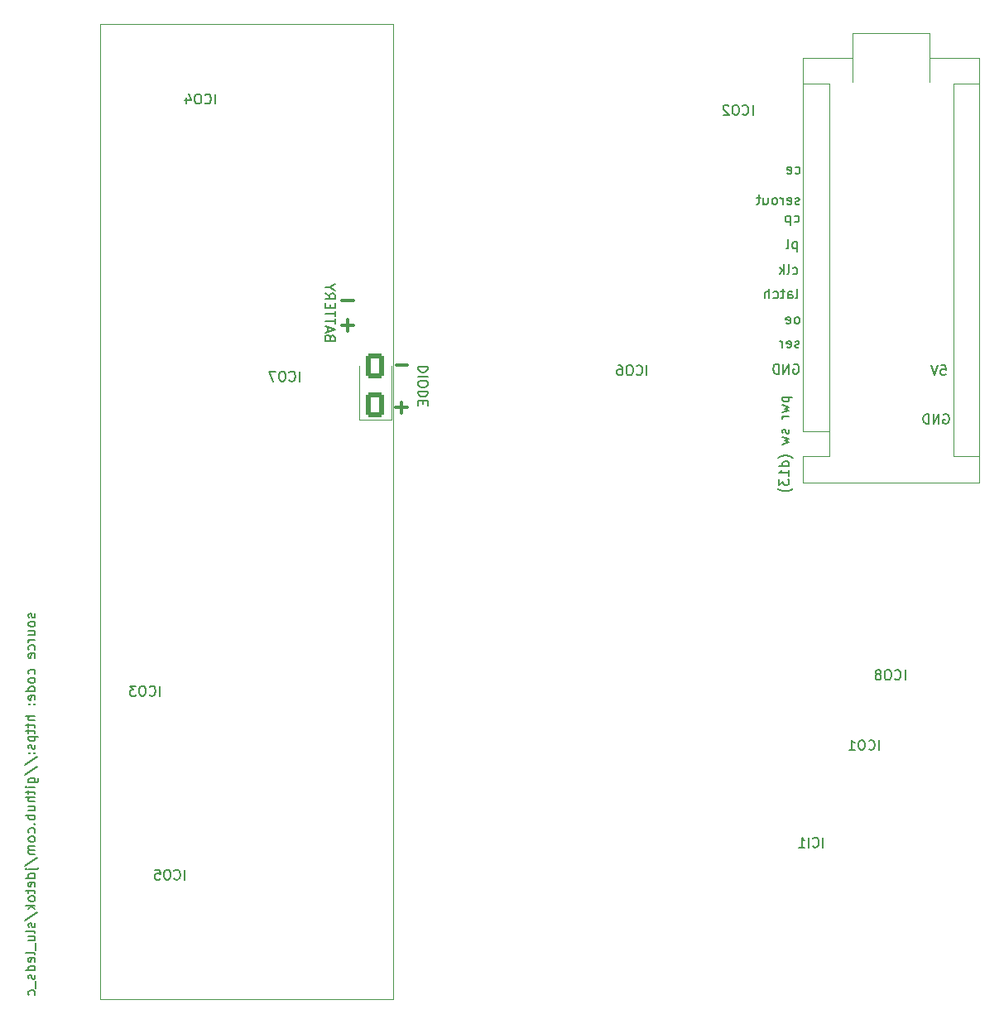
<source format=gbo>
G04 #@! TF.GenerationSoftware,KiCad,Pcbnew,9.0.6*
G04 #@! TF.CreationDate,2025-11-26T10:40:33-06:00*
G04 #@! TF.ProjectId,slu,736c752e-6b69-4636-9164-5f7063625858,rev?*
G04 #@! TF.SameCoordinates,Original*
G04 #@! TF.FileFunction,Legend,Bot*
G04 #@! TF.FilePolarity,Positive*
%FSLAX46Y46*%
G04 Gerber Fmt 4.6, Leading zero omitted, Abs format (unit mm)*
G04 Created by KiCad (PCBNEW 9.0.6) date 2025-11-26 10:40:33*
%MOMM*%
%LPD*%
G01*
G04 APERTURE LIST*
G04 Aperture macros list*
%AMRoundRect*
0 Rectangle with rounded corners*
0 $1 Rounding radius*
0 $2 $3 $4 $5 $6 $7 $8 $9 X,Y pos of 4 corners*
0 Add a 4 corners polygon primitive as box body*
4,1,4,$2,$3,$4,$5,$6,$7,$8,$9,$2,$3,0*
0 Add four circle primitives for the rounded corners*
1,1,$1+$1,$2,$3*
1,1,$1+$1,$4,$5*
1,1,$1+$1,$6,$7*
1,1,$1+$1,$8,$9*
0 Add four rect primitives between the rounded corners*
20,1,$1+$1,$2,$3,$4,$5,0*
20,1,$1+$1,$4,$5,$6,$7,0*
20,1,$1+$1,$6,$7,$8,$9,0*
20,1,$1+$1,$8,$9,$2,$3,0*%
G04 Aperture macros list end*
%ADD10C,0.187500*%
%ADD11C,0.150000*%
%ADD12C,0.300000*%
%ADD13C,0.200000*%
%ADD14C,0.100000*%
%ADD15C,0.120000*%
%ADD16C,3.000000*%
%ADD17O,1.400000X1.400000*%
%ADD18R,1.400000X1.400000*%
%ADD19C,1.600000*%
%ADD20O,1.500000X1.500000*%
%ADD21R,1.600000X1.600000*%
%ADD22O,1.600000X1.600000*%
%ADD23RoundRect,0.250000X0.650000X-1.000000X0.650000X1.000000X-0.650000X1.000000X-0.650000X-1.000000X0*%
G04 APERTURE END LIST*
D10*
X58630250Y-109133831D02*
X58677869Y-109229069D01*
X58677869Y-109229069D02*
X58677869Y-109419545D01*
X58677869Y-109419545D02*
X58630250Y-109514783D01*
X58630250Y-109514783D02*
X58535011Y-109562402D01*
X58535011Y-109562402D02*
X58487392Y-109562402D01*
X58487392Y-109562402D02*
X58392154Y-109514783D01*
X58392154Y-109514783D02*
X58344535Y-109419545D01*
X58344535Y-109419545D02*
X58344535Y-109276688D01*
X58344535Y-109276688D02*
X58296916Y-109181450D01*
X58296916Y-109181450D02*
X58201678Y-109133831D01*
X58201678Y-109133831D02*
X58154059Y-109133831D01*
X58154059Y-109133831D02*
X58058821Y-109181450D01*
X58058821Y-109181450D02*
X58011202Y-109276688D01*
X58011202Y-109276688D02*
X58011202Y-109419545D01*
X58011202Y-109419545D02*
X58058821Y-109514783D01*
X58677869Y-110133831D02*
X58630250Y-110038593D01*
X58630250Y-110038593D02*
X58582630Y-109990974D01*
X58582630Y-109990974D02*
X58487392Y-109943355D01*
X58487392Y-109943355D02*
X58201678Y-109943355D01*
X58201678Y-109943355D02*
X58106440Y-109990974D01*
X58106440Y-109990974D02*
X58058821Y-110038593D01*
X58058821Y-110038593D02*
X58011202Y-110133831D01*
X58011202Y-110133831D02*
X58011202Y-110276688D01*
X58011202Y-110276688D02*
X58058821Y-110371926D01*
X58058821Y-110371926D02*
X58106440Y-110419545D01*
X58106440Y-110419545D02*
X58201678Y-110467164D01*
X58201678Y-110467164D02*
X58487392Y-110467164D01*
X58487392Y-110467164D02*
X58582630Y-110419545D01*
X58582630Y-110419545D02*
X58630250Y-110371926D01*
X58630250Y-110371926D02*
X58677869Y-110276688D01*
X58677869Y-110276688D02*
X58677869Y-110133831D01*
X58011202Y-111324307D02*
X58677869Y-111324307D01*
X58011202Y-110895736D02*
X58535011Y-110895736D01*
X58535011Y-110895736D02*
X58630250Y-110943355D01*
X58630250Y-110943355D02*
X58677869Y-111038593D01*
X58677869Y-111038593D02*
X58677869Y-111181450D01*
X58677869Y-111181450D02*
X58630250Y-111276688D01*
X58630250Y-111276688D02*
X58582630Y-111324307D01*
X58677869Y-111800498D02*
X58011202Y-111800498D01*
X58201678Y-111800498D02*
X58106440Y-111848117D01*
X58106440Y-111848117D02*
X58058821Y-111895736D01*
X58058821Y-111895736D02*
X58011202Y-111990974D01*
X58011202Y-111990974D02*
X58011202Y-112086212D01*
X58630250Y-112848117D02*
X58677869Y-112752879D01*
X58677869Y-112752879D02*
X58677869Y-112562403D01*
X58677869Y-112562403D02*
X58630250Y-112467165D01*
X58630250Y-112467165D02*
X58582630Y-112419546D01*
X58582630Y-112419546D02*
X58487392Y-112371927D01*
X58487392Y-112371927D02*
X58201678Y-112371927D01*
X58201678Y-112371927D02*
X58106440Y-112419546D01*
X58106440Y-112419546D02*
X58058821Y-112467165D01*
X58058821Y-112467165D02*
X58011202Y-112562403D01*
X58011202Y-112562403D02*
X58011202Y-112752879D01*
X58011202Y-112752879D02*
X58058821Y-112848117D01*
X58630250Y-113657641D02*
X58677869Y-113562403D01*
X58677869Y-113562403D02*
X58677869Y-113371927D01*
X58677869Y-113371927D02*
X58630250Y-113276689D01*
X58630250Y-113276689D02*
X58535011Y-113229070D01*
X58535011Y-113229070D02*
X58154059Y-113229070D01*
X58154059Y-113229070D02*
X58058821Y-113276689D01*
X58058821Y-113276689D02*
X58011202Y-113371927D01*
X58011202Y-113371927D02*
X58011202Y-113562403D01*
X58011202Y-113562403D02*
X58058821Y-113657641D01*
X58058821Y-113657641D02*
X58154059Y-113705260D01*
X58154059Y-113705260D02*
X58249297Y-113705260D01*
X58249297Y-113705260D02*
X58344535Y-113229070D01*
X58630250Y-115324308D02*
X58677869Y-115229070D01*
X58677869Y-115229070D02*
X58677869Y-115038594D01*
X58677869Y-115038594D02*
X58630250Y-114943356D01*
X58630250Y-114943356D02*
X58582630Y-114895737D01*
X58582630Y-114895737D02*
X58487392Y-114848118D01*
X58487392Y-114848118D02*
X58201678Y-114848118D01*
X58201678Y-114848118D02*
X58106440Y-114895737D01*
X58106440Y-114895737D02*
X58058821Y-114943356D01*
X58058821Y-114943356D02*
X58011202Y-115038594D01*
X58011202Y-115038594D02*
X58011202Y-115229070D01*
X58011202Y-115229070D02*
X58058821Y-115324308D01*
X58677869Y-115895737D02*
X58630250Y-115800499D01*
X58630250Y-115800499D02*
X58582630Y-115752880D01*
X58582630Y-115752880D02*
X58487392Y-115705261D01*
X58487392Y-115705261D02*
X58201678Y-115705261D01*
X58201678Y-115705261D02*
X58106440Y-115752880D01*
X58106440Y-115752880D02*
X58058821Y-115800499D01*
X58058821Y-115800499D02*
X58011202Y-115895737D01*
X58011202Y-115895737D02*
X58011202Y-116038594D01*
X58011202Y-116038594D02*
X58058821Y-116133832D01*
X58058821Y-116133832D02*
X58106440Y-116181451D01*
X58106440Y-116181451D02*
X58201678Y-116229070D01*
X58201678Y-116229070D02*
X58487392Y-116229070D01*
X58487392Y-116229070D02*
X58582630Y-116181451D01*
X58582630Y-116181451D02*
X58630250Y-116133832D01*
X58630250Y-116133832D02*
X58677869Y-116038594D01*
X58677869Y-116038594D02*
X58677869Y-115895737D01*
X58677869Y-117086213D02*
X57677869Y-117086213D01*
X58630250Y-117086213D02*
X58677869Y-116990975D01*
X58677869Y-116990975D02*
X58677869Y-116800499D01*
X58677869Y-116800499D02*
X58630250Y-116705261D01*
X58630250Y-116705261D02*
X58582630Y-116657642D01*
X58582630Y-116657642D02*
X58487392Y-116610023D01*
X58487392Y-116610023D02*
X58201678Y-116610023D01*
X58201678Y-116610023D02*
X58106440Y-116657642D01*
X58106440Y-116657642D02*
X58058821Y-116705261D01*
X58058821Y-116705261D02*
X58011202Y-116800499D01*
X58011202Y-116800499D02*
X58011202Y-116990975D01*
X58011202Y-116990975D02*
X58058821Y-117086213D01*
X58630250Y-117943356D02*
X58677869Y-117848118D01*
X58677869Y-117848118D02*
X58677869Y-117657642D01*
X58677869Y-117657642D02*
X58630250Y-117562404D01*
X58630250Y-117562404D02*
X58535011Y-117514785D01*
X58535011Y-117514785D02*
X58154059Y-117514785D01*
X58154059Y-117514785D02*
X58058821Y-117562404D01*
X58058821Y-117562404D02*
X58011202Y-117657642D01*
X58011202Y-117657642D02*
X58011202Y-117848118D01*
X58011202Y-117848118D02*
X58058821Y-117943356D01*
X58058821Y-117943356D02*
X58154059Y-117990975D01*
X58154059Y-117990975D02*
X58249297Y-117990975D01*
X58249297Y-117990975D02*
X58344535Y-117514785D01*
X58582630Y-118419547D02*
X58630250Y-118467166D01*
X58630250Y-118467166D02*
X58677869Y-118419547D01*
X58677869Y-118419547D02*
X58630250Y-118371928D01*
X58630250Y-118371928D02*
X58582630Y-118419547D01*
X58582630Y-118419547D02*
X58677869Y-118419547D01*
X58058821Y-118419547D02*
X58106440Y-118467166D01*
X58106440Y-118467166D02*
X58154059Y-118419547D01*
X58154059Y-118419547D02*
X58106440Y-118371928D01*
X58106440Y-118371928D02*
X58058821Y-118419547D01*
X58058821Y-118419547D02*
X58154059Y-118419547D01*
X58677869Y-119657642D02*
X57677869Y-119657642D01*
X58677869Y-120086213D02*
X58154059Y-120086213D01*
X58154059Y-120086213D02*
X58058821Y-120038594D01*
X58058821Y-120038594D02*
X58011202Y-119943356D01*
X58011202Y-119943356D02*
X58011202Y-119800499D01*
X58011202Y-119800499D02*
X58058821Y-119705261D01*
X58058821Y-119705261D02*
X58106440Y-119657642D01*
X58011202Y-120419547D02*
X58011202Y-120800499D01*
X57677869Y-120562404D02*
X58535011Y-120562404D01*
X58535011Y-120562404D02*
X58630250Y-120610023D01*
X58630250Y-120610023D02*
X58677869Y-120705261D01*
X58677869Y-120705261D02*
X58677869Y-120800499D01*
X58011202Y-120990976D02*
X58011202Y-121371928D01*
X57677869Y-121133833D02*
X58535011Y-121133833D01*
X58535011Y-121133833D02*
X58630250Y-121181452D01*
X58630250Y-121181452D02*
X58677869Y-121276690D01*
X58677869Y-121276690D02*
X58677869Y-121371928D01*
X58011202Y-121705262D02*
X59011202Y-121705262D01*
X58058821Y-121705262D02*
X58011202Y-121800500D01*
X58011202Y-121800500D02*
X58011202Y-121990976D01*
X58011202Y-121990976D02*
X58058821Y-122086214D01*
X58058821Y-122086214D02*
X58106440Y-122133833D01*
X58106440Y-122133833D02*
X58201678Y-122181452D01*
X58201678Y-122181452D02*
X58487392Y-122181452D01*
X58487392Y-122181452D02*
X58582630Y-122133833D01*
X58582630Y-122133833D02*
X58630250Y-122086214D01*
X58630250Y-122086214D02*
X58677869Y-121990976D01*
X58677869Y-121990976D02*
X58677869Y-121800500D01*
X58677869Y-121800500D02*
X58630250Y-121705262D01*
X58630250Y-122562405D02*
X58677869Y-122657643D01*
X58677869Y-122657643D02*
X58677869Y-122848119D01*
X58677869Y-122848119D02*
X58630250Y-122943357D01*
X58630250Y-122943357D02*
X58535011Y-122990976D01*
X58535011Y-122990976D02*
X58487392Y-122990976D01*
X58487392Y-122990976D02*
X58392154Y-122943357D01*
X58392154Y-122943357D02*
X58344535Y-122848119D01*
X58344535Y-122848119D02*
X58344535Y-122705262D01*
X58344535Y-122705262D02*
X58296916Y-122610024D01*
X58296916Y-122610024D02*
X58201678Y-122562405D01*
X58201678Y-122562405D02*
X58154059Y-122562405D01*
X58154059Y-122562405D02*
X58058821Y-122610024D01*
X58058821Y-122610024D02*
X58011202Y-122705262D01*
X58011202Y-122705262D02*
X58011202Y-122848119D01*
X58011202Y-122848119D02*
X58058821Y-122943357D01*
X58582630Y-123419548D02*
X58630250Y-123467167D01*
X58630250Y-123467167D02*
X58677869Y-123419548D01*
X58677869Y-123419548D02*
X58630250Y-123371929D01*
X58630250Y-123371929D02*
X58582630Y-123419548D01*
X58582630Y-123419548D02*
X58677869Y-123419548D01*
X58058821Y-123419548D02*
X58106440Y-123467167D01*
X58106440Y-123467167D02*
X58154059Y-123419548D01*
X58154059Y-123419548D02*
X58106440Y-123371929D01*
X58106440Y-123371929D02*
X58058821Y-123419548D01*
X58058821Y-123419548D02*
X58154059Y-123419548D01*
X57630250Y-124610023D02*
X58915964Y-123752881D01*
X57630250Y-125657642D02*
X58915964Y-124800500D01*
X58011202Y-126419547D02*
X58820726Y-126419547D01*
X58820726Y-126419547D02*
X58915964Y-126371928D01*
X58915964Y-126371928D02*
X58963583Y-126324309D01*
X58963583Y-126324309D02*
X59011202Y-126229071D01*
X59011202Y-126229071D02*
X59011202Y-126086214D01*
X59011202Y-126086214D02*
X58963583Y-125990976D01*
X58630250Y-126419547D02*
X58677869Y-126324309D01*
X58677869Y-126324309D02*
X58677869Y-126133833D01*
X58677869Y-126133833D02*
X58630250Y-126038595D01*
X58630250Y-126038595D02*
X58582630Y-125990976D01*
X58582630Y-125990976D02*
X58487392Y-125943357D01*
X58487392Y-125943357D02*
X58201678Y-125943357D01*
X58201678Y-125943357D02*
X58106440Y-125990976D01*
X58106440Y-125990976D02*
X58058821Y-126038595D01*
X58058821Y-126038595D02*
X58011202Y-126133833D01*
X58011202Y-126133833D02*
X58011202Y-126324309D01*
X58011202Y-126324309D02*
X58058821Y-126419547D01*
X58677869Y-126895738D02*
X58011202Y-126895738D01*
X57677869Y-126895738D02*
X57725488Y-126848119D01*
X57725488Y-126848119D02*
X57773107Y-126895738D01*
X57773107Y-126895738D02*
X57725488Y-126943357D01*
X57725488Y-126943357D02*
X57677869Y-126895738D01*
X57677869Y-126895738D02*
X57773107Y-126895738D01*
X58011202Y-127229071D02*
X58011202Y-127610023D01*
X57677869Y-127371928D02*
X58535011Y-127371928D01*
X58535011Y-127371928D02*
X58630250Y-127419547D01*
X58630250Y-127419547D02*
X58677869Y-127514785D01*
X58677869Y-127514785D02*
X58677869Y-127610023D01*
X58677869Y-127943357D02*
X57677869Y-127943357D01*
X58677869Y-128371928D02*
X58154059Y-128371928D01*
X58154059Y-128371928D02*
X58058821Y-128324309D01*
X58058821Y-128324309D02*
X58011202Y-128229071D01*
X58011202Y-128229071D02*
X58011202Y-128086214D01*
X58011202Y-128086214D02*
X58058821Y-127990976D01*
X58058821Y-127990976D02*
X58106440Y-127943357D01*
X58011202Y-129276690D02*
X58677869Y-129276690D01*
X58011202Y-128848119D02*
X58535011Y-128848119D01*
X58535011Y-128848119D02*
X58630250Y-128895738D01*
X58630250Y-128895738D02*
X58677869Y-128990976D01*
X58677869Y-128990976D02*
X58677869Y-129133833D01*
X58677869Y-129133833D02*
X58630250Y-129229071D01*
X58630250Y-129229071D02*
X58582630Y-129276690D01*
X58677869Y-129752881D02*
X57677869Y-129752881D01*
X58058821Y-129752881D02*
X58011202Y-129848119D01*
X58011202Y-129848119D02*
X58011202Y-130038595D01*
X58011202Y-130038595D02*
X58058821Y-130133833D01*
X58058821Y-130133833D02*
X58106440Y-130181452D01*
X58106440Y-130181452D02*
X58201678Y-130229071D01*
X58201678Y-130229071D02*
X58487392Y-130229071D01*
X58487392Y-130229071D02*
X58582630Y-130181452D01*
X58582630Y-130181452D02*
X58630250Y-130133833D01*
X58630250Y-130133833D02*
X58677869Y-130038595D01*
X58677869Y-130038595D02*
X58677869Y-129848119D01*
X58677869Y-129848119D02*
X58630250Y-129752881D01*
X58582630Y-130657643D02*
X58630250Y-130705262D01*
X58630250Y-130705262D02*
X58677869Y-130657643D01*
X58677869Y-130657643D02*
X58630250Y-130610024D01*
X58630250Y-130610024D02*
X58582630Y-130657643D01*
X58582630Y-130657643D02*
X58677869Y-130657643D01*
X58630250Y-131562404D02*
X58677869Y-131467166D01*
X58677869Y-131467166D02*
X58677869Y-131276690D01*
X58677869Y-131276690D02*
X58630250Y-131181452D01*
X58630250Y-131181452D02*
X58582630Y-131133833D01*
X58582630Y-131133833D02*
X58487392Y-131086214D01*
X58487392Y-131086214D02*
X58201678Y-131086214D01*
X58201678Y-131086214D02*
X58106440Y-131133833D01*
X58106440Y-131133833D02*
X58058821Y-131181452D01*
X58058821Y-131181452D02*
X58011202Y-131276690D01*
X58011202Y-131276690D02*
X58011202Y-131467166D01*
X58011202Y-131467166D02*
X58058821Y-131562404D01*
X58677869Y-132133833D02*
X58630250Y-132038595D01*
X58630250Y-132038595D02*
X58582630Y-131990976D01*
X58582630Y-131990976D02*
X58487392Y-131943357D01*
X58487392Y-131943357D02*
X58201678Y-131943357D01*
X58201678Y-131943357D02*
X58106440Y-131990976D01*
X58106440Y-131990976D02*
X58058821Y-132038595D01*
X58058821Y-132038595D02*
X58011202Y-132133833D01*
X58011202Y-132133833D02*
X58011202Y-132276690D01*
X58011202Y-132276690D02*
X58058821Y-132371928D01*
X58058821Y-132371928D02*
X58106440Y-132419547D01*
X58106440Y-132419547D02*
X58201678Y-132467166D01*
X58201678Y-132467166D02*
X58487392Y-132467166D01*
X58487392Y-132467166D02*
X58582630Y-132419547D01*
X58582630Y-132419547D02*
X58630250Y-132371928D01*
X58630250Y-132371928D02*
X58677869Y-132276690D01*
X58677869Y-132276690D02*
X58677869Y-132133833D01*
X58677869Y-132895738D02*
X58011202Y-132895738D01*
X58106440Y-132895738D02*
X58058821Y-132943357D01*
X58058821Y-132943357D02*
X58011202Y-133038595D01*
X58011202Y-133038595D02*
X58011202Y-133181452D01*
X58011202Y-133181452D02*
X58058821Y-133276690D01*
X58058821Y-133276690D02*
X58154059Y-133324309D01*
X58154059Y-133324309D02*
X58677869Y-133324309D01*
X58154059Y-133324309D02*
X58058821Y-133371928D01*
X58058821Y-133371928D02*
X58011202Y-133467166D01*
X58011202Y-133467166D02*
X58011202Y-133610023D01*
X58011202Y-133610023D02*
X58058821Y-133705262D01*
X58058821Y-133705262D02*
X58154059Y-133752881D01*
X58154059Y-133752881D02*
X58677869Y-133752881D01*
X57630250Y-134943356D02*
X58915964Y-134086214D01*
X58011202Y-135276690D02*
X58868345Y-135276690D01*
X58868345Y-135276690D02*
X58963583Y-135229071D01*
X58963583Y-135229071D02*
X59011202Y-135133833D01*
X59011202Y-135133833D02*
X59011202Y-135086214D01*
X57677869Y-135276690D02*
X57725488Y-135229071D01*
X57725488Y-135229071D02*
X57773107Y-135276690D01*
X57773107Y-135276690D02*
X57725488Y-135324309D01*
X57725488Y-135324309D02*
X57677869Y-135276690D01*
X57677869Y-135276690D02*
X57773107Y-135276690D01*
X58677869Y-136181451D02*
X57677869Y-136181451D01*
X58630250Y-136181451D02*
X58677869Y-136086213D01*
X58677869Y-136086213D02*
X58677869Y-135895737D01*
X58677869Y-135895737D02*
X58630250Y-135800499D01*
X58630250Y-135800499D02*
X58582630Y-135752880D01*
X58582630Y-135752880D02*
X58487392Y-135705261D01*
X58487392Y-135705261D02*
X58201678Y-135705261D01*
X58201678Y-135705261D02*
X58106440Y-135752880D01*
X58106440Y-135752880D02*
X58058821Y-135800499D01*
X58058821Y-135800499D02*
X58011202Y-135895737D01*
X58011202Y-135895737D02*
X58011202Y-136086213D01*
X58011202Y-136086213D02*
X58058821Y-136181451D01*
X58630250Y-137038594D02*
X58677869Y-136943356D01*
X58677869Y-136943356D02*
X58677869Y-136752880D01*
X58677869Y-136752880D02*
X58630250Y-136657642D01*
X58630250Y-136657642D02*
X58535011Y-136610023D01*
X58535011Y-136610023D02*
X58154059Y-136610023D01*
X58154059Y-136610023D02*
X58058821Y-136657642D01*
X58058821Y-136657642D02*
X58011202Y-136752880D01*
X58011202Y-136752880D02*
X58011202Y-136943356D01*
X58011202Y-136943356D02*
X58058821Y-137038594D01*
X58058821Y-137038594D02*
X58154059Y-137086213D01*
X58154059Y-137086213D02*
X58249297Y-137086213D01*
X58249297Y-137086213D02*
X58344535Y-136610023D01*
X58011202Y-137371928D02*
X58011202Y-137752880D01*
X57677869Y-137514785D02*
X58535011Y-137514785D01*
X58535011Y-137514785D02*
X58630250Y-137562404D01*
X58630250Y-137562404D02*
X58677869Y-137657642D01*
X58677869Y-137657642D02*
X58677869Y-137752880D01*
X58677869Y-138229071D02*
X58630250Y-138133833D01*
X58630250Y-138133833D02*
X58582630Y-138086214D01*
X58582630Y-138086214D02*
X58487392Y-138038595D01*
X58487392Y-138038595D02*
X58201678Y-138038595D01*
X58201678Y-138038595D02*
X58106440Y-138086214D01*
X58106440Y-138086214D02*
X58058821Y-138133833D01*
X58058821Y-138133833D02*
X58011202Y-138229071D01*
X58011202Y-138229071D02*
X58011202Y-138371928D01*
X58011202Y-138371928D02*
X58058821Y-138467166D01*
X58058821Y-138467166D02*
X58106440Y-138514785D01*
X58106440Y-138514785D02*
X58201678Y-138562404D01*
X58201678Y-138562404D02*
X58487392Y-138562404D01*
X58487392Y-138562404D02*
X58582630Y-138514785D01*
X58582630Y-138514785D02*
X58630250Y-138467166D01*
X58630250Y-138467166D02*
X58677869Y-138371928D01*
X58677869Y-138371928D02*
X58677869Y-138229071D01*
X58677869Y-138990976D02*
X57677869Y-138990976D01*
X58296916Y-139086214D02*
X58677869Y-139371928D01*
X58011202Y-139371928D02*
X58392154Y-138990976D01*
X57630250Y-140514785D02*
X58915964Y-139657643D01*
X58630250Y-140800500D02*
X58677869Y-140895738D01*
X58677869Y-140895738D02*
X58677869Y-141086214D01*
X58677869Y-141086214D02*
X58630250Y-141181452D01*
X58630250Y-141181452D02*
X58535011Y-141229071D01*
X58535011Y-141229071D02*
X58487392Y-141229071D01*
X58487392Y-141229071D02*
X58392154Y-141181452D01*
X58392154Y-141181452D02*
X58344535Y-141086214D01*
X58344535Y-141086214D02*
X58344535Y-140943357D01*
X58344535Y-140943357D02*
X58296916Y-140848119D01*
X58296916Y-140848119D02*
X58201678Y-140800500D01*
X58201678Y-140800500D02*
X58154059Y-140800500D01*
X58154059Y-140800500D02*
X58058821Y-140848119D01*
X58058821Y-140848119D02*
X58011202Y-140943357D01*
X58011202Y-140943357D02*
X58011202Y-141086214D01*
X58011202Y-141086214D02*
X58058821Y-141181452D01*
X58677869Y-141800500D02*
X58630250Y-141705262D01*
X58630250Y-141705262D02*
X58535011Y-141657643D01*
X58535011Y-141657643D02*
X57677869Y-141657643D01*
X58011202Y-142610024D02*
X58677869Y-142610024D01*
X58011202Y-142181453D02*
X58535011Y-142181453D01*
X58535011Y-142181453D02*
X58630250Y-142229072D01*
X58630250Y-142229072D02*
X58677869Y-142324310D01*
X58677869Y-142324310D02*
X58677869Y-142467167D01*
X58677869Y-142467167D02*
X58630250Y-142562405D01*
X58630250Y-142562405D02*
X58582630Y-142610024D01*
X58773107Y-142848120D02*
X58773107Y-143610024D01*
X58677869Y-143990977D02*
X58630250Y-143895739D01*
X58630250Y-143895739D02*
X58535011Y-143848120D01*
X58535011Y-143848120D02*
X57677869Y-143848120D01*
X58630250Y-144752882D02*
X58677869Y-144657644D01*
X58677869Y-144657644D02*
X58677869Y-144467168D01*
X58677869Y-144467168D02*
X58630250Y-144371930D01*
X58630250Y-144371930D02*
X58535011Y-144324311D01*
X58535011Y-144324311D02*
X58154059Y-144324311D01*
X58154059Y-144324311D02*
X58058821Y-144371930D01*
X58058821Y-144371930D02*
X58011202Y-144467168D01*
X58011202Y-144467168D02*
X58011202Y-144657644D01*
X58011202Y-144657644D02*
X58058821Y-144752882D01*
X58058821Y-144752882D02*
X58154059Y-144800501D01*
X58154059Y-144800501D02*
X58249297Y-144800501D01*
X58249297Y-144800501D02*
X58344535Y-144324311D01*
X58677869Y-145657644D02*
X57677869Y-145657644D01*
X58630250Y-145657644D02*
X58677869Y-145562406D01*
X58677869Y-145562406D02*
X58677869Y-145371930D01*
X58677869Y-145371930D02*
X58630250Y-145276692D01*
X58630250Y-145276692D02*
X58582630Y-145229073D01*
X58582630Y-145229073D02*
X58487392Y-145181454D01*
X58487392Y-145181454D02*
X58201678Y-145181454D01*
X58201678Y-145181454D02*
X58106440Y-145229073D01*
X58106440Y-145229073D02*
X58058821Y-145276692D01*
X58058821Y-145276692D02*
X58011202Y-145371930D01*
X58011202Y-145371930D02*
X58011202Y-145562406D01*
X58011202Y-145562406D02*
X58058821Y-145657644D01*
X58630250Y-146086216D02*
X58677869Y-146181454D01*
X58677869Y-146181454D02*
X58677869Y-146371930D01*
X58677869Y-146371930D02*
X58630250Y-146467168D01*
X58630250Y-146467168D02*
X58535011Y-146514787D01*
X58535011Y-146514787D02*
X58487392Y-146514787D01*
X58487392Y-146514787D02*
X58392154Y-146467168D01*
X58392154Y-146467168D02*
X58344535Y-146371930D01*
X58344535Y-146371930D02*
X58344535Y-146229073D01*
X58344535Y-146229073D02*
X58296916Y-146133835D01*
X58296916Y-146133835D02*
X58201678Y-146086216D01*
X58201678Y-146086216D02*
X58154059Y-146086216D01*
X58154059Y-146086216D02*
X58058821Y-146133835D01*
X58058821Y-146133835D02*
X58011202Y-146229073D01*
X58011202Y-146229073D02*
X58011202Y-146371930D01*
X58011202Y-146371930D02*
X58058821Y-146467168D01*
X58773107Y-146705264D02*
X58773107Y-147467168D01*
X58630250Y-148133835D02*
X58677869Y-148038597D01*
X58677869Y-148038597D02*
X58677869Y-147848121D01*
X58677869Y-147848121D02*
X58630250Y-147752883D01*
X58630250Y-147752883D02*
X58582630Y-147705264D01*
X58582630Y-147705264D02*
X58487392Y-147657645D01*
X58487392Y-147657645D02*
X58201678Y-147657645D01*
X58201678Y-147657645D02*
X58106440Y-147705264D01*
X58106440Y-147705264D02*
X58058821Y-147752883D01*
X58058821Y-147752883D02*
X58011202Y-147848121D01*
X58011202Y-147848121D02*
X58011202Y-148038597D01*
X58011202Y-148038597D02*
X58058821Y-148133835D01*
D11*
X135133152Y-87006779D02*
X136133152Y-87006779D01*
X135180771Y-87006779D02*
X135133152Y-87102017D01*
X135133152Y-87102017D02*
X135133152Y-87292493D01*
X135133152Y-87292493D02*
X135180771Y-87387731D01*
X135180771Y-87387731D02*
X135228390Y-87435350D01*
X135228390Y-87435350D02*
X135323628Y-87482969D01*
X135323628Y-87482969D02*
X135609342Y-87482969D01*
X135609342Y-87482969D02*
X135704580Y-87435350D01*
X135704580Y-87435350D02*
X135752200Y-87387731D01*
X135752200Y-87387731D02*
X135799819Y-87292493D01*
X135799819Y-87292493D02*
X135799819Y-87102017D01*
X135799819Y-87102017D02*
X135752200Y-87006779D01*
X135133152Y-87816303D02*
X135799819Y-88006779D01*
X135799819Y-88006779D02*
X135323628Y-88197255D01*
X135323628Y-88197255D02*
X135799819Y-88387731D01*
X135799819Y-88387731D02*
X135133152Y-88578207D01*
X135799819Y-88959160D02*
X135133152Y-88959160D01*
X135323628Y-88959160D02*
X135228390Y-89006779D01*
X135228390Y-89006779D02*
X135180771Y-89054398D01*
X135180771Y-89054398D02*
X135133152Y-89149636D01*
X135133152Y-89149636D02*
X135133152Y-89244874D01*
X135752200Y-90292494D02*
X135799819Y-90387732D01*
X135799819Y-90387732D02*
X135799819Y-90578208D01*
X135799819Y-90578208D02*
X135752200Y-90673446D01*
X135752200Y-90673446D02*
X135656961Y-90721065D01*
X135656961Y-90721065D02*
X135609342Y-90721065D01*
X135609342Y-90721065D02*
X135514104Y-90673446D01*
X135514104Y-90673446D02*
X135466485Y-90578208D01*
X135466485Y-90578208D02*
X135466485Y-90435351D01*
X135466485Y-90435351D02*
X135418866Y-90340113D01*
X135418866Y-90340113D02*
X135323628Y-90292494D01*
X135323628Y-90292494D02*
X135276009Y-90292494D01*
X135276009Y-90292494D02*
X135180771Y-90340113D01*
X135180771Y-90340113D02*
X135133152Y-90435351D01*
X135133152Y-90435351D02*
X135133152Y-90578208D01*
X135133152Y-90578208D02*
X135180771Y-90673446D01*
X135133152Y-91054399D02*
X135799819Y-91244875D01*
X135799819Y-91244875D02*
X135323628Y-91435351D01*
X135323628Y-91435351D02*
X135799819Y-91625827D01*
X135799819Y-91625827D02*
X135133152Y-91816303D01*
X136180771Y-93244875D02*
X136133152Y-93197256D01*
X136133152Y-93197256D02*
X135990295Y-93102018D01*
X135990295Y-93102018D02*
X135895057Y-93054399D01*
X135895057Y-93054399D02*
X135752200Y-93006780D01*
X135752200Y-93006780D02*
X135514104Y-92959161D01*
X135514104Y-92959161D02*
X135323628Y-92959161D01*
X135323628Y-92959161D02*
X135085533Y-93006780D01*
X135085533Y-93006780D02*
X134942676Y-93054399D01*
X134942676Y-93054399D02*
X134847438Y-93102018D01*
X134847438Y-93102018D02*
X134704580Y-93197256D01*
X134704580Y-93197256D02*
X134656961Y-93244875D01*
X135799819Y-94054399D02*
X134799819Y-94054399D01*
X135752200Y-94054399D02*
X135799819Y-93959161D01*
X135799819Y-93959161D02*
X135799819Y-93768685D01*
X135799819Y-93768685D02*
X135752200Y-93673447D01*
X135752200Y-93673447D02*
X135704580Y-93625828D01*
X135704580Y-93625828D02*
X135609342Y-93578209D01*
X135609342Y-93578209D02*
X135323628Y-93578209D01*
X135323628Y-93578209D02*
X135228390Y-93625828D01*
X135228390Y-93625828D02*
X135180771Y-93673447D01*
X135180771Y-93673447D02*
X135133152Y-93768685D01*
X135133152Y-93768685D02*
X135133152Y-93959161D01*
X135133152Y-93959161D02*
X135180771Y-94054399D01*
X135799819Y-95054399D02*
X135799819Y-94482971D01*
X135799819Y-94768685D02*
X134799819Y-94768685D01*
X134799819Y-94768685D02*
X134942676Y-94673447D01*
X134942676Y-94673447D02*
X135037914Y-94578209D01*
X135037914Y-94578209D02*
X135085533Y-94482971D01*
X134799819Y-95387733D02*
X134799819Y-96006780D01*
X134799819Y-96006780D02*
X135180771Y-95673447D01*
X135180771Y-95673447D02*
X135180771Y-95816304D01*
X135180771Y-95816304D02*
X135228390Y-95911542D01*
X135228390Y-95911542D02*
X135276009Y-95959161D01*
X135276009Y-95959161D02*
X135371247Y-96006780D01*
X135371247Y-96006780D02*
X135609342Y-96006780D01*
X135609342Y-96006780D02*
X135704580Y-95959161D01*
X135704580Y-95959161D02*
X135752200Y-95911542D01*
X135752200Y-95911542D02*
X135799819Y-95816304D01*
X135799819Y-95816304D02*
X135799819Y-95530590D01*
X135799819Y-95530590D02*
X135752200Y-95435352D01*
X135752200Y-95435352D02*
X135704580Y-95387733D01*
X136180771Y-96340114D02*
X136133152Y-96387733D01*
X136133152Y-96387733D02*
X135990295Y-96482971D01*
X135990295Y-96482971D02*
X135895057Y-96530590D01*
X135895057Y-96530590D02*
X135752200Y-96578209D01*
X135752200Y-96578209D02*
X135514104Y-96625828D01*
X135514104Y-96625828D02*
X135323628Y-96625828D01*
X135323628Y-96625828D02*
X135085533Y-96578209D01*
X135085533Y-96578209D02*
X134942676Y-96530590D01*
X134942676Y-96530590D02*
X134847438Y-96482971D01*
X134847438Y-96482971D02*
X134704580Y-96387733D01*
X134704580Y-96387733D02*
X134656961Y-96340114D01*
X136860839Y-67247200D02*
X136765601Y-67294819D01*
X136765601Y-67294819D02*
X136575125Y-67294819D01*
X136575125Y-67294819D02*
X136479887Y-67247200D01*
X136479887Y-67247200D02*
X136432268Y-67151961D01*
X136432268Y-67151961D02*
X136432268Y-67104342D01*
X136432268Y-67104342D02*
X136479887Y-67009104D01*
X136479887Y-67009104D02*
X136575125Y-66961485D01*
X136575125Y-66961485D02*
X136717982Y-66961485D01*
X136717982Y-66961485D02*
X136813220Y-66913866D01*
X136813220Y-66913866D02*
X136860839Y-66818628D01*
X136860839Y-66818628D02*
X136860839Y-66771009D01*
X136860839Y-66771009D02*
X136813220Y-66675771D01*
X136813220Y-66675771D02*
X136717982Y-66628152D01*
X136717982Y-66628152D02*
X136575125Y-66628152D01*
X136575125Y-66628152D02*
X136479887Y-66675771D01*
X135622744Y-67247200D02*
X135717982Y-67294819D01*
X135717982Y-67294819D02*
X135908458Y-67294819D01*
X135908458Y-67294819D02*
X136003696Y-67247200D01*
X136003696Y-67247200D02*
X136051315Y-67151961D01*
X136051315Y-67151961D02*
X136051315Y-66771009D01*
X136051315Y-66771009D02*
X136003696Y-66675771D01*
X136003696Y-66675771D02*
X135908458Y-66628152D01*
X135908458Y-66628152D02*
X135717982Y-66628152D01*
X135717982Y-66628152D02*
X135622744Y-66675771D01*
X135622744Y-66675771D02*
X135575125Y-66771009D01*
X135575125Y-66771009D02*
X135575125Y-66866247D01*
X135575125Y-66866247D02*
X136051315Y-66961485D01*
X135146553Y-67294819D02*
X135146553Y-66628152D01*
X135146553Y-66818628D02*
X135098934Y-66723390D01*
X135098934Y-66723390D02*
X135051315Y-66675771D01*
X135051315Y-66675771D02*
X134956077Y-66628152D01*
X134956077Y-66628152D02*
X134860839Y-66628152D01*
X134384648Y-67294819D02*
X134479886Y-67247200D01*
X134479886Y-67247200D02*
X134527505Y-67199580D01*
X134527505Y-67199580D02*
X134575124Y-67104342D01*
X134575124Y-67104342D02*
X134575124Y-66818628D01*
X134575124Y-66818628D02*
X134527505Y-66723390D01*
X134527505Y-66723390D02*
X134479886Y-66675771D01*
X134479886Y-66675771D02*
X134384648Y-66628152D01*
X134384648Y-66628152D02*
X134241791Y-66628152D01*
X134241791Y-66628152D02*
X134146553Y-66675771D01*
X134146553Y-66675771D02*
X134098934Y-66723390D01*
X134098934Y-66723390D02*
X134051315Y-66818628D01*
X134051315Y-66818628D02*
X134051315Y-67104342D01*
X134051315Y-67104342D02*
X134098934Y-67199580D01*
X134098934Y-67199580D02*
X134146553Y-67247200D01*
X134146553Y-67247200D02*
X134241791Y-67294819D01*
X134241791Y-67294819D02*
X134384648Y-67294819D01*
X133194172Y-66628152D02*
X133194172Y-67294819D01*
X133622743Y-66628152D02*
X133622743Y-67151961D01*
X133622743Y-67151961D02*
X133575124Y-67247200D01*
X133575124Y-67247200D02*
X133479886Y-67294819D01*
X133479886Y-67294819D02*
X133337029Y-67294819D01*
X133337029Y-67294819D02*
X133241791Y-67247200D01*
X133241791Y-67247200D02*
X133194172Y-67199580D01*
X132860838Y-66628152D02*
X132479886Y-66628152D01*
X132717981Y-66294819D02*
X132717981Y-67151961D01*
X132717981Y-67151961D02*
X132670362Y-67247200D01*
X132670362Y-67247200D02*
X132575124Y-67294819D01*
X132575124Y-67294819D02*
X132479886Y-67294819D01*
X136495363Y-76894819D02*
X136590601Y-76847200D01*
X136590601Y-76847200D02*
X136638220Y-76751961D01*
X136638220Y-76751961D02*
X136638220Y-75894819D01*
X135685839Y-76894819D02*
X135685839Y-76371009D01*
X135685839Y-76371009D02*
X135733458Y-76275771D01*
X135733458Y-76275771D02*
X135828696Y-76228152D01*
X135828696Y-76228152D02*
X136019172Y-76228152D01*
X136019172Y-76228152D02*
X136114410Y-76275771D01*
X135685839Y-76847200D02*
X135781077Y-76894819D01*
X135781077Y-76894819D02*
X136019172Y-76894819D01*
X136019172Y-76894819D02*
X136114410Y-76847200D01*
X136114410Y-76847200D02*
X136162029Y-76751961D01*
X136162029Y-76751961D02*
X136162029Y-76656723D01*
X136162029Y-76656723D02*
X136114410Y-76561485D01*
X136114410Y-76561485D02*
X136019172Y-76513866D01*
X136019172Y-76513866D02*
X135781077Y-76513866D01*
X135781077Y-76513866D02*
X135685839Y-76466247D01*
X135352505Y-76228152D02*
X134971553Y-76228152D01*
X135209648Y-75894819D02*
X135209648Y-76751961D01*
X135209648Y-76751961D02*
X135162029Y-76847200D01*
X135162029Y-76847200D02*
X135066791Y-76894819D01*
X135066791Y-76894819D02*
X134971553Y-76894819D01*
X134209648Y-76847200D02*
X134304886Y-76894819D01*
X134304886Y-76894819D02*
X134495362Y-76894819D01*
X134495362Y-76894819D02*
X134590600Y-76847200D01*
X134590600Y-76847200D02*
X134638219Y-76799580D01*
X134638219Y-76799580D02*
X134685838Y-76704342D01*
X134685838Y-76704342D02*
X134685838Y-76418628D01*
X134685838Y-76418628D02*
X134638219Y-76323390D01*
X134638219Y-76323390D02*
X134590600Y-76275771D01*
X134590600Y-76275771D02*
X134495362Y-76228152D01*
X134495362Y-76228152D02*
X134304886Y-76228152D01*
X134304886Y-76228152D02*
X134209648Y-76275771D01*
X133781076Y-76894819D02*
X133781076Y-75894819D01*
X133352505Y-76894819D02*
X133352505Y-76371009D01*
X133352505Y-76371009D02*
X133400124Y-76275771D01*
X133400124Y-76275771D02*
X133495362Y-76228152D01*
X133495362Y-76228152D02*
X133638219Y-76228152D01*
X133638219Y-76228152D02*
X133733457Y-76275771D01*
X133733457Y-76275771D02*
X133781076Y-76323390D01*
D12*
X96727489Y-88078600D02*
X95584632Y-88078600D01*
X96156060Y-88650028D02*
X96156060Y-87507171D01*
D11*
X136184649Y-74372200D02*
X136279887Y-74419819D01*
X136279887Y-74419819D02*
X136470363Y-74419819D01*
X136470363Y-74419819D02*
X136565601Y-74372200D01*
X136565601Y-74372200D02*
X136613220Y-74324580D01*
X136613220Y-74324580D02*
X136660839Y-74229342D01*
X136660839Y-74229342D02*
X136660839Y-73943628D01*
X136660839Y-73943628D02*
X136613220Y-73848390D01*
X136613220Y-73848390D02*
X136565601Y-73800771D01*
X136565601Y-73800771D02*
X136470363Y-73753152D01*
X136470363Y-73753152D02*
X136279887Y-73753152D01*
X136279887Y-73753152D02*
X136184649Y-73800771D01*
X135613220Y-74419819D02*
X135708458Y-74372200D01*
X135708458Y-74372200D02*
X135756077Y-74276961D01*
X135756077Y-74276961D02*
X135756077Y-73419819D01*
X135232267Y-74419819D02*
X135232267Y-73419819D01*
X135137029Y-74038866D02*
X134851315Y-74419819D01*
X134851315Y-73753152D02*
X135232267Y-74134104D01*
X151614411Y-88767438D02*
X151709649Y-88719819D01*
X151709649Y-88719819D02*
X151852506Y-88719819D01*
X151852506Y-88719819D02*
X151995363Y-88767438D01*
X151995363Y-88767438D02*
X152090601Y-88862676D01*
X152090601Y-88862676D02*
X152138220Y-88957914D01*
X152138220Y-88957914D02*
X152185839Y-89148390D01*
X152185839Y-89148390D02*
X152185839Y-89291247D01*
X152185839Y-89291247D02*
X152138220Y-89481723D01*
X152138220Y-89481723D02*
X152090601Y-89576961D01*
X152090601Y-89576961D02*
X151995363Y-89672200D01*
X151995363Y-89672200D02*
X151852506Y-89719819D01*
X151852506Y-89719819D02*
X151757268Y-89719819D01*
X151757268Y-89719819D02*
X151614411Y-89672200D01*
X151614411Y-89672200D02*
X151566792Y-89624580D01*
X151566792Y-89624580D02*
X151566792Y-89291247D01*
X151566792Y-89291247D02*
X151757268Y-89291247D01*
X151138220Y-89719819D02*
X151138220Y-88719819D01*
X151138220Y-88719819D02*
X150566792Y-89719819D01*
X150566792Y-89719819D02*
X150566792Y-88719819D01*
X150090601Y-89719819D02*
X150090601Y-88719819D01*
X150090601Y-88719819D02*
X149852506Y-88719819D01*
X149852506Y-88719819D02*
X149709649Y-88767438D01*
X149709649Y-88767438D02*
X149614411Y-88862676D01*
X149614411Y-88862676D02*
X149566792Y-88957914D01*
X149566792Y-88957914D02*
X149519173Y-89148390D01*
X149519173Y-89148390D02*
X149519173Y-89291247D01*
X149519173Y-89291247D02*
X149566792Y-89481723D01*
X149566792Y-89481723D02*
X149614411Y-89576961D01*
X149614411Y-89576961D02*
X149709649Y-89672200D01*
X149709649Y-89672200D02*
X149852506Y-89719819D01*
X149852506Y-89719819D02*
X150090601Y-89719819D01*
D12*
X91241089Y-77131200D02*
X90098232Y-77131200D01*
D11*
X73949999Y-136354819D02*
X73949999Y-135354819D01*
X72902381Y-136259580D02*
X72950000Y-136307200D01*
X72950000Y-136307200D02*
X73092857Y-136354819D01*
X73092857Y-136354819D02*
X73188095Y-136354819D01*
X73188095Y-136354819D02*
X73330952Y-136307200D01*
X73330952Y-136307200D02*
X73426190Y-136211961D01*
X73426190Y-136211961D02*
X73473809Y-136116723D01*
X73473809Y-136116723D02*
X73521428Y-135926247D01*
X73521428Y-135926247D02*
X73521428Y-135783390D01*
X73521428Y-135783390D02*
X73473809Y-135592914D01*
X73473809Y-135592914D02*
X73426190Y-135497676D01*
X73426190Y-135497676D02*
X73330952Y-135402438D01*
X73330952Y-135402438D02*
X73188095Y-135354819D01*
X73188095Y-135354819D02*
X73092857Y-135354819D01*
X73092857Y-135354819D02*
X72950000Y-135402438D01*
X72950000Y-135402438D02*
X72902381Y-135450057D01*
X72283333Y-135354819D02*
X72092857Y-135354819D01*
X72092857Y-135354819D02*
X71997619Y-135402438D01*
X71997619Y-135402438D02*
X71902381Y-135497676D01*
X71902381Y-135497676D02*
X71854762Y-135688152D01*
X71854762Y-135688152D02*
X71854762Y-136021485D01*
X71854762Y-136021485D02*
X71902381Y-136211961D01*
X71902381Y-136211961D02*
X71997619Y-136307200D01*
X71997619Y-136307200D02*
X72092857Y-136354819D01*
X72092857Y-136354819D02*
X72283333Y-136354819D01*
X72283333Y-136354819D02*
X72378571Y-136307200D01*
X72378571Y-136307200D02*
X72473809Y-136211961D01*
X72473809Y-136211961D02*
X72521428Y-136021485D01*
X72521428Y-136021485D02*
X72521428Y-135688152D01*
X72521428Y-135688152D02*
X72473809Y-135497676D01*
X72473809Y-135497676D02*
X72378571Y-135402438D01*
X72378571Y-135402438D02*
X72283333Y-135354819D01*
X70950000Y-135354819D02*
X71426190Y-135354819D01*
X71426190Y-135354819D02*
X71473809Y-135831009D01*
X71473809Y-135831009D02*
X71426190Y-135783390D01*
X71426190Y-135783390D02*
X71330952Y-135735771D01*
X71330952Y-135735771D02*
X71092857Y-135735771D01*
X71092857Y-135735771D02*
X70997619Y-135783390D01*
X70997619Y-135783390D02*
X70950000Y-135831009D01*
X70950000Y-135831009D02*
X70902381Y-135926247D01*
X70902381Y-135926247D02*
X70902381Y-136164342D01*
X70902381Y-136164342D02*
X70950000Y-136259580D01*
X70950000Y-136259580D02*
X70997619Y-136307200D01*
X70997619Y-136307200D02*
X71092857Y-136354819D01*
X71092857Y-136354819D02*
X71330952Y-136354819D01*
X71330952Y-136354819D02*
X71426190Y-136307200D01*
X71426190Y-136307200D02*
X71473809Y-136259580D01*
D12*
X96778289Y-83735200D02*
X95635432Y-83735200D01*
D11*
X144999999Y-123079819D02*
X144999999Y-122079819D01*
X143952381Y-122984580D02*
X144000000Y-123032200D01*
X144000000Y-123032200D02*
X144142857Y-123079819D01*
X144142857Y-123079819D02*
X144238095Y-123079819D01*
X144238095Y-123079819D02*
X144380952Y-123032200D01*
X144380952Y-123032200D02*
X144476190Y-122936961D01*
X144476190Y-122936961D02*
X144523809Y-122841723D01*
X144523809Y-122841723D02*
X144571428Y-122651247D01*
X144571428Y-122651247D02*
X144571428Y-122508390D01*
X144571428Y-122508390D02*
X144523809Y-122317914D01*
X144523809Y-122317914D02*
X144476190Y-122222676D01*
X144476190Y-122222676D02*
X144380952Y-122127438D01*
X144380952Y-122127438D02*
X144238095Y-122079819D01*
X144238095Y-122079819D02*
X144142857Y-122079819D01*
X144142857Y-122079819D02*
X144000000Y-122127438D01*
X144000000Y-122127438D02*
X143952381Y-122175057D01*
X143333333Y-122079819D02*
X143142857Y-122079819D01*
X143142857Y-122079819D02*
X143047619Y-122127438D01*
X143047619Y-122127438D02*
X142952381Y-122222676D01*
X142952381Y-122222676D02*
X142904762Y-122413152D01*
X142904762Y-122413152D02*
X142904762Y-122746485D01*
X142904762Y-122746485D02*
X142952381Y-122936961D01*
X142952381Y-122936961D02*
X143047619Y-123032200D01*
X143047619Y-123032200D02*
X143142857Y-123079819D01*
X143142857Y-123079819D02*
X143333333Y-123079819D01*
X143333333Y-123079819D02*
X143428571Y-123032200D01*
X143428571Y-123032200D02*
X143523809Y-122936961D01*
X143523809Y-122936961D02*
X143571428Y-122746485D01*
X143571428Y-122746485D02*
X143571428Y-122413152D01*
X143571428Y-122413152D02*
X143523809Y-122222676D01*
X143523809Y-122222676D02*
X143428571Y-122127438D01*
X143428571Y-122127438D02*
X143333333Y-122079819D01*
X141952381Y-123079819D02*
X142523809Y-123079819D01*
X142238095Y-123079819D02*
X142238095Y-122079819D01*
X142238095Y-122079819D02*
X142333333Y-122222676D01*
X142333333Y-122222676D02*
X142428571Y-122317914D01*
X142428571Y-122317914D02*
X142523809Y-122365533D01*
X136835839Y-81897200D02*
X136740601Y-81944819D01*
X136740601Y-81944819D02*
X136550125Y-81944819D01*
X136550125Y-81944819D02*
X136454887Y-81897200D01*
X136454887Y-81897200D02*
X136407268Y-81801961D01*
X136407268Y-81801961D02*
X136407268Y-81754342D01*
X136407268Y-81754342D02*
X136454887Y-81659104D01*
X136454887Y-81659104D02*
X136550125Y-81611485D01*
X136550125Y-81611485D02*
X136692982Y-81611485D01*
X136692982Y-81611485D02*
X136788220Y-81563866D01*
X136788220Y-81563866D02*
X136835839Y-81468628D01*
X136835839Y-81468628D02*
X136835839Y-81421009D01*
X136835839Y-81421009D02*
X136788220Y-81325771D01*
X136788220Y-81325771D02*
X136692982Y-81278152D01*
X136692982Y-81278152D02*
X136550125Y-81278152D01*
X136550125Y-81278152D02*
X136454887Y-81325771D01*
X135597744Y-81897200D02*
X135692982Y-81944819D01*
X135692982Y-81944819D02*
X135883458Y-81944819D01*
X135883458Y-81944819D02*
X135978696Y-81897200D01*
X135978696Y-81897200D02*
X136026315Y-81801961D01*
X136026315Y-81801961D02*
X136026315Y-81421009D01*
X136026315Y-81421009D02*
X135978696Y-81325771D01*
X135978696Y-81325771D02*
X135883458Y-81278152D01*
X135883458Y-81278152D02*
X135692982Y-81278152D01*
X135692982Y-81278152D02*
X135597744Y-81325771D01*
X135597744Y-81325771D02*
X135550125Y-81421009D01*
X135550125Y-81421009D02*
X135550125Y-81516247D01*
X135550125Y-81516247D02*
X136026315Y-81611485D01*
X135121553Y-81944819D02*
X135121553Y-81278152D01*
X135121553Y-81468628D02*
X135073934Y-81373390D01*
X135073934Y-81373390D02*
X135026315Y-81325771D01*
X135026315Y-81325771D02*
X134931077Y-81278152D01*
X134931077Y-81278152D02*
X134835839Y-81278152D01*
X151337030Y-83744819D02*
X151813220Y-83744819D01*
X151813220Y-83744819D02*
X151860839Y-84221009D01*
X151860839Y-84221009D02*
X151813220Y-84173390D01*
X151813220Y-84173390D02*
X151717982Y-84125771D01*
X151717982Y-84125771D02*
X151479887Y-84125771D01*
X151479887Y-84125771D02*
X151384649Y-84173390D01*
X151384649Y-84173390D02*
X151337030Y-84221009D01*
X151337030Y-84221009D02*
X151289411Y-84316247D01*
X151289411Y-84316247D02*
X151289411Y-84554342D01*
X151289411Y-84554342D02*
X151337030Y-84649580D01*
X151337030Y-84649580D02*
X151384649Y-84697200D01*
X151384649Y-84697200D02*
X151479887Y-84744819D01*
X151479887Y-84744819D02*
X151717982Y-84744819D01*
X151717982Y-84744819D02*
X151813220Y-84697200D01*
X151813220Y-84697200D02*
X151860839Y-84649580D01*
X151003696Y-83744819D02*
X150670363Y-84744819D01*
X150670363Y-84744819D02*
X150337030Y-83744819D01*
X147674999Y-115904819D02*
X147674999Y-114904819D01*
X146627381Y-115809580D02*
X146675000Y-115857200D01*
X146675000Y-115857200D02*
X146817857Y-115904819D01*
X146817857Y-115904819D02*
X146913095Y-115904819D01*
X146913095Y-115904819D02*
X147055952Y-115857200D01*
X147055952Y-115857200D02*
X147151190Y-115761961D01*
X147151190Y-115761961D02*
X147198809Y-115666723D01*
X147198809Y-115666723D02*
X147246428Y-115476247D01*
X147246428Y-115476247D02*
X147246428Y-115333390D01*
X147246428Y-115333390D02*
X147198809Y-115142914D01*
X147198809Y-115142914D02*
X147151190Y-115047676D01*
X147151190Y-115047676D02*
X147055952Y-114952438D01*
X147055952Y-114952438D02*
X146913095Y-114904819D01*
X146913095Y-114904819D02*
X146817857Y-114904819D01*
X146817857Y-114904819D02*
X146675000Y-114952438D01*
X146675000Y-114952438D02*
X146627381Y-115000057D01*
X146008333Y-114904819D02*
X145817857Y-114904819D01*
X145817857Y-114904819D02*
X145722619Y-114952438D01*
X145722619Y-114952438D02*
X145627381Y-115047676D01*
X145627381Y-115047676D02*
X145579762Y-115238152D01*
X145579762Y-115238152D02*
X145579762Y-115571485D01*
X145579762Y-115571485D02*
X145627381Y-115761961D01*
X145627381Y-115761961D02*
X145722619Y-115857200D01*
X145722619Y-115857200D02*
X145817857Y-115904819D01*
X145817857Y-115904819D02*
X146008333Y-115904819D01*
X146008333Y-115904819D02*
X146103571Y-115857200D01*
X146103571Y-115857200D02*
X146198809Y-115761961D01*
X146198809Y-115761961D02*
X146246428Y-115571485D01*
X146246428Y-115571485D02*
X146246428Y-115238152D01*
X146246428Y-115238152D02*
X146198809Y-115047676D01*
X146198809Y-115047676D02*
X146103571Y-114952438D01*
X146103571Y-114952438D02*
X146008333Y-114904819D01*
X145008333Y-115333390D02*
X145103571Y-115285771D01*
X145103571Y-115285771D02*
X145151190Y-115238152D01*
X145151190Y-115238152D02*
X145198809Y-115142914D01*
X145198809Y-115142914D02*
X145198809Y-115095295D01*
X145198809Y-115095295D02*
X145151190Y-115000057D01*
X145151190Y-115000057D02*
X145103571Y-114952438D01*
X145103571Y-114952438D02*
X145008333Y-114904819D01*
X145008333Y-114904819D02*
X144817857Y-114904819D01*
X144817857Y-114904819D02*
X144722619Y-114952438D01*
X144722619Y-114952438D02*
X144675000Y-115000057D01*
X144675000Y-115000057D02*
X144627381Y-115095295D01*
X144627381Y-115095295D02*
X144627381Y-115142914D01*
X144627381Y-115142914D02*
X144675000Y-115238152D01*
X144675000Y-115238152D02*
X144722619Y-115285771D01*
X144722619Y-115285771D02*
X144817857Y-115333390D01*
X144817857Y-115333390D02*
X145008333Y-115333390D01*
X145008333Y-115333390D02*
X145103571Y-115381009D01*
X145103571Y-115381009D02*
X145151190Y-115428628D01*
X145151190Y-115428628D02*
X145198809Y-115523866D01*
X145198809Y-115523866D02*
X145198809Y-115714342D01*
X145198809Y-115714342D02*
X145151190Y-115809580D01*
X145151190Y-115809580D02*
X145103571Y-115857200D01*
X145103571Y-115857200D02*
X145008333Y-115904819D01*
X145008333Y-115904819D02*
X144817857Y-115904819D01*
X144817857Y-115904819D02*
X144722619Y-115857200D01*
X144722619Y-115857200D02*
X144675000Y-115809580D01*
X144675000Y-115809580D02*
X144627381Y-115714342D01*
X144627381Y-115714342D02*
X144627381Y-115523866D01*
X144627381Y-115523866D02*
X144675000Y-115428628D01*
X144675000Y-115428628D02*
X144722619Y-115381009D01*
X144722619Y-115381009D02*
X144817857Y-115333390D01*
X121249999Y-84754819D02*
X121249999Y-83754819D01*
X120202381Y-84659580D02*
X120250000Y-84707200D01*
X120250000Y-84707200D02*
X120392857Y-84754819D01*
X120392857Y-84754819D02*
X120488095Y-84754819D01*
X120488095Y-84754819D02*
X120630952Y-84707200D01*
X120630952Y-84707200D02*
X120726190Y-84611961D01*
X120726190Y-84611961D02*
X120773809Y-84516723D01*
X120773809Y-84516723D02*
X120821428Y-84326247D01*
X120821428Y-84326247D02*
X120821428Y-84183390D01*
X120821428Y-84183390D02*
X120773809Y-83992914D01*
X120773809Y-83992914D02*
X120726190Y-83897676D01*
X120726190Y-83897676D02*
X120630952Y-83802438D01*
X120630952Y-83802438D02*
X120488095Y-83754819D01*
X120488095Y-83754819D02*
X120392857Y-83754819D01*
X120392857Y-83754819D02*
X120250000Y-83802438D01*
X120250000Y-83802438D02*
X120202381Y-83850057D01*
X119583333Y-83754819D02*
X119392857Y-83754819D01*
X119392857Y-83754819D02*
X119297619Y-83802438D01*
X119297619Y-83802438D02*
X119202381Y-83897676D01*
X119202381Y-83897676D02*
X119154762Y-84088152D01*
X119154762Y-84088152D02*
X119154762Y-84421485D01*
X119154762Y-84421485D02*
X119202381Y-84611961D01*
X119202381Y-84611961D02*
X119297619Y-84707200D01*
X119297619Y-84707200D02*
X119392857Y-84754819D01*
X119392857Y-84754819D02*
X119583333Y-84754819D01*
X119583333Y-84754819D02*
X119678571Y-84707200D01*
X119678571Y-84707200D02*
X119773809Y-84611961D01*
X119773809Y-84611961D02*
X119821428Y-84421485D01*
X119821428Y-84421485D02*
X119821428Y-84088152D01*
X119821428Y-84088152D02*
X119773809Y-83897676D01*
X119773809Y-83897676D02*
X119678571Y-83802438D01*
X119678571Y-83802438D02*
X119583333Y-83754819D01*
X118297619Y-83754819D02*
X118488095Y-83754819D01*
X118488095Y-83754819D02*
X118583333Y-83802438D01*
X118583333Y-83802438D02*
X118630952Y-83850057D01*
X118630952Y-83850057D02*
X118726190Y-83992914D01*
X118726190Y-83992914D02*
X118773809Y-84183390D01*
X118773809Y-84183390D02*
X118773809Y-84564342D01*
X118773809Y-84564342D02*
X118726190Y-84659580D01*
X118726190Y-84659580D02*
X118678571Y-84707200D01*
X118678571Y-84707200D02*
X118583333Y-84754819D01*
X118583333Y-84754819D02*
X118392857Y-84754819D01*
X118392857Y-84754819D02*
X118297619Y-84707200D01*
X118297619Y-84707200D02*
X118250000Y-84659580D01*
X118250000Y-84659580D02*
X118202381Y-84564342D01*
X118202381Y-84564342D02*
X118202381Y-84326247D01*
X118202381Y-84326247D02*
X118250000Y-84231009D01*
X118250000Y-84231009D02*
X118297619Y-84183390D01*
X118297619Y-84183390D02*
X118392857Y-84135771D01*
X118392857Y-84135771D02*
X118583333Y-84135771D01*
X118583333Y-84135771D02*
X118678571Y-84183390D01*
X118678571Y-84183390D02*
X118726190Y-84231009D01*
X118726190Y-84231009D02*
X118773809Y-84326247D01*
X71424999Y-117554819D02*
X71424999Y-116554819D01*
X70377381Y-117459580D02*
X70425000Y-117507200D01*
X70425000Y-117507200D02*
X70567857Y-117554819D01*
X70567857Y-117554819D02*
X70663095Y-117554819D01*
X70663095Y-117554819D02*
X70805952Y-117507200D01*
X70805952Y-117507200D02*
X70901190Y-117411961D01*
X70901190Y-117411961D02*
X70948809Y-117316723D01*
X70948809Y-117316723D02*
X70996428Y-117126247D01*
X70996428Y-117126247D02*
X70996428Y-116983390D01*
X70996428Y-116983390D02*
X70948809Y-116792914D01*
X70948809Y-116792914D02*
X70901190Y-116697676D01*
X70901190Y-116697676D02*
X70805952Y-116602438D01*
X70805952Y-116602438D02*
X70663095Y-116554819D01*
X70663095Y-116554819D02*
X70567857Y-116554819D01*
X70567857Y-116554819D02*
X70425000Y-116602438D01*
X70425000Y-116602438D02*
X70377381Y-116650057D01*
X69758333Y-116554819D02*
X69567857Y-116554819D01*
X69567857Y-116554819D02*
X69472619Y-116602438D01*
X69472619Y-116602438D02*
X69377381Y-116697676D01*
X69377381Y-116697676D02*
X69329762Y-116888152D01*
X69329762Y-116888152D02*
X69329762Y-117221485D01*
X69329762Y-117221485D02*
X69377381Y-117411961D01*
X69377381Y-117411961D02*
X69472619Y-117507200D01*
X69472619Y-117507200D02*
X69567857Y-117554819D01*
X69567857Y-117554819D02*
X69758333Y-117554819D01*
X69758333Y-117554819D02*
X69853571Y-117507200D01*
X69853571Y-117507200D02*
X69948809Y-117411961D01*
X69948809Y-117411961D02*
X69996428Y-117221485D01*
X69996428Y-117221485D02*
X69996428Y-116888152D01*
X69996428Y-116888152D02*
X69948809Y-116697676D01*
X69948809Y-116697676D02*
X69853571Y-116602438D01*
X69853571Y-116602438D02*
X69758333Y-116554819D01*
X68996428Y-116554819D02*
X68377381Y-116554819D01*
X68377381Y-116554819D02*
X68710714Y-116935771D01*
X68710714Y-116935771D02*
X68567857Y-116935771D01*
X68567857Y-116935771D02*
X68472619Y-116983390D01*
X68472619Y-116983390D02*
X68425000Y-117031009D01*
X68425000Y-117031009D02*
X68377381Y-117126247D01*
X68377381Y-117126247D02*
X68377381Y-117364342D01*
X68377381Y-117364342D02*
X68425000Y-117459580D01*
X68425000Y-117459580D02*
X68472619Y-117507200D01*
X68472619Y-117507200D02*
X68567857Y-117554819D01*
X68567857Y-117554819D02*
X68853571Y-117554819D01*
X68853571Y-117554819D02*
X68948809Y-117507200D01*
X68948809Y-117507200D02*
X68996428Y-117459580D01*
X132099999Y-58129819D02*
X132099999Y-57129819D01*
X131052381Y-58034580D02*
X131100000Y-58082200D01*
X131100000Y-58082200D02*
X131242857Y-58129819D01*
X131242857Y-58129819D02*
X131338095Y-58129819D01*
X131338095Y-58129819D02*
X131480952Y-58082200D01*
X131480952Y-58082200D02*
X131576190Y-57986961D01*
X131576190Y-57986961D02*
X131623809Y-57891723D01*
X131623809Y-57891723D02*
X131671428Y-57701247D01*
X131671428Y-57701247D02*
X131671428Y-57558390D01*
X131671428Y-57558390D02*
X131623809Y-57367914D01*
X131623809Y-57367914D02*
X131576190Y-57272676D01*
X131576190Y-57272676D02*
X131480952Y-57177438D01*
X131480952Y-57177438D02*
X131338095Y-57129819D01*
X131338095Y-57129819D02*
X131242857Y-57129819D01*
X131242857Y-57129819D02*
X131100000Y-57177438D01*
X131100000Y-57177438D02*
X131052381Y-57225057D01*
X130433333Y-57129819D02*
X130242857Y-57129819D01*
X130242857Y-57129819D02*
X130147619Y-57177438D01*
X130147619Y-57177438D02*
X130052381Y-57272676D01*
X130052381Y-57272676D02*
X130004762Y-57463152D01*
X130004762Y-57463152D02*
X130004762Y-57796485D01*
X130004762Y-57796485D02*
X130052381Y-57986961D01*
X130052381Y-57986961D02*
X130147619Y-58082200D01*
X130147619Y-58082200D02*
X130242857Y-58129819D01*
X130242857Y-58129819D02*
X130433333Y-58129819D01*
X130433333Y-58129819D02*
X130528571Y-58082200D01*
X130528571Y-58082200D02*
X130623809Y-57986961D01*
X130623809Y-57986961D02*
X130671428Y-57796485D01*
X130671428Y-57796485D02*
X130671428Y-57463152D01*
X130671428Y-57463152D02*
X130623809Y-57272676D01*
X130623809Y-57272676D02*
X130528571Y-57177438D01*
X130528571Y-57177438D02*
X130433333Y-57129819D01*
X129623809Y-57225057D02*
X129576190Y-57177438D01*
X129576190Y-57177438D02*
X129480952Y-57129819D01*
X129480952Y-57129819D02*
X129242857Y-57129819D01*
X129242857Y-57129819D02*
X129147619Y-57177438D01*
X129147619Y-57177438D02*
X129100000Y-57225057D01*
X129100000Y-57225057D02*
X129052381Y-57320295D01*
X129052381Y-57320295D02*
X129052381Y-57415533D01*
X129052381Y-57415533D02*
X129100000Y-57558390D01*
X129100000Y-57558390D02*
X129671428Y-58129819D01*
X129671428Y-58129819D02*
X129052381Y-58129819D01*
X136434649Y-64097200D02*
X136529887Y-64144819D01*
X136529887Y-64144819D02*
X136720363Y-64144819D01*
X136720363Y-64144819D02*
X136815601Y-64097200D01*
X136815601Y-64097200D02*
X136863220Y-64049580D01*
X136863220Y-64049580D02*
X136910839Y-63954342D01*
X136910839Y-63954342D02*
X136910839Y-63668628D01*
X136910839Y-63668628D02*
X136863220Y-63573390D01*
X136863220Y-63573390D02*
X136815601Y-63525771D01*
X136815601Y-63525771D02*
X136720363Y-63478152D01*
X136720363Y-63478152D02*
X136529887Y-63478152D01*
X136529887Y-63478152D02*
X136434649Y-63525771D01*
X135625125Y-64097200D02*
X135720363Y-64144819D01*
X135720363Y-64144819D02*
X135910839Y-64144819D01*
X135910839Y-64144819D02*
X136006077Y-64097200D01*
X136006077Y-64097200D02*
X136053696Y-64001961D01*
X136053696Y-64001961D02*
X136053696Y-63621009D01*
X136053696Y-63621009D02*
X136006077Y-63525771D01*
X136006077Y-63525771D02*
X135910839Y-63478152D01*
X135910839Y-63478152D02*
X135720363Y-63478152D01*
X135720363Y-63478152D02*
X135625125Y-63525771D01*
X135625125Y-63525771D02*
X135577506Y-63621009D01*
X135577506Y-63621009D02*
X135577506Y-63716247D01*
X135577506Y-63716247D02*
X136053696Y-63811485D01*
X139289284Y-133054819D02*
X139289284Y-132054819D01*
X138241666Y-132959580D02*
X138289285Y-133007200D01*
X138289285Y-133007200D02*
X138432142Y-133054819D01*
X138432142Y-133054819D02*
X138527380Y-133054819D01*
X138527380Y-133054819D02*
X138670237Y-133007200D01*
X138670237Y-133007200D02*
X138765475Y-132911961D01*
X138765475Y-132911961D02*
X138813094Y-132816723D01*
X138813094Y-132816723D02*
X138860713Y-132626247D01*
X138860713Y-132626247D02*
X138860713Y-132483390D01*
X138860713Y-132483390D02*
X138813094Y-132292914D01*
X138813094Y-132292914D02*
X138765475Y-132197676D01*
X138765475Y-132197676D02*
X138670237Y-132102438D01*
X138670237Y-132102438D02*
X138527380Y-132054819D01*
X138527380Y-132054819D02*
X138432142Y-132054819D01*
X138432142Y-132054819D02*
X138289285Y-132102438D01*
X138289285Y-132102438D02*
X138241666Y-132150057D01*
X137813094Y-133054819D02*
X137813094Y-132054819D01*
X136813095Y-133054819D02*
X137384523Y-133054819D01*
X137098809Y-133054819D02*
X137098809Y-132054819D01*
X137098809Y-132054819D02*
X137194047Y-132197676D01*
X137194047Y-132197676D02*
X137289285Y-132292914D01*
X137289285Y-132292914D02*
X137384523Y-132340533D01*
X77099999Y-57004819D02*
X77099999Y-56004819D01*
X76052381Y-56909580D02*
X76100000Y-56957200D01*
X76100000Y-56957200D02*
X76242857Y-57004819D01*
X76242857Y-57004819D02*
X76338095Y-57004819D01*
X76338095Y-57004819D02*
X76480952Y-56957200D01*
X76480952Y-56957200D02*
X76576190Y-56861961D01*
X76576190Y-56861961D02*
X76623809Y-56766723D01*
X76623809Y-56766723D02*
X76671428Y-56576247D01*
X76671428Y-56576247D02*
X76671428Y-56433390D01*
X76671428Y-56433390D02*
X76623809Y-56242914D01*
X76623809Y-56242914D02*
X76576190Y-56147676D01*
X76576190Y-56147676D02*
X76480952Y-56052438D01*
X76480952Y-56052438D02*
X76338095Y-56004819D01*
X76338095Y-56004819D02*
X76242857Y-56004819D01*
X76242857Y-56004819D02*
X76100000Y-56052438D01*
X76100000Y-56052438D02*
X76052381Y-56100057D01*
X75433333Y-56004819D02*
X75242857Y-56004819D01*
X75242857Y-56004819D02*
X75147619Y-56052438D01*
X75147619Y-56052438D02*
X75052381Y-56147676D01*
X75052381Y-56147676D02*
X75004762Y-56338152D01*
X75004762Y-56338152D02*
X75004762Y-56671485D01*
X75004762Y-56671485D02*
X75052381Y-56861961D01*
X75052381Y-56861961D02*
X75147619Y-56957200D01*
X75147619Y-56957200D02*
X75242857Y-57004819D01*
X75242857Y-57004819D02*
X75433333Y-57004819D01*
X75433333Y-57004819D02*
X75528571Y-56957200D01*
X75528571Y-56957200D02*
X75623809Y-56861961D01*
X75623809Y-56861961D02*
X75671428Y-56671485D01*
X75671428Y-56671485D02*
X75671428Y-56338152D01*
X75671428Y-56338152D02*
X75623809Y-56147676D01*
X75623809Y-56147676D02*
X75528571Y-56052438D01*
X75528571Y-56052438D02*
X75433333Y-56004819D01*
X74147619Y-56338152D02*
X74147619Y-57004819D01*
X74385714Y-55957200D02*
X74623809Y-56671485D01*
X74623809Y-56671485D02*
X74004762Y-56671485D01*
X85724999Y-85379819D02*
X85724999Y-84379819D01*
X84677381Y-85284580D02*
X84725000Y-85332200D01*
X84725000Y-85332200D02*
X84867857Y-85379819D01*
X84867857Y-85379819D02*
X84963095Y-85379819D01*
X84963095Y-85379819D02*
X85105952Y-85332200D01*
X85105952Y-85332200D02*
X85201190Y-85236961D01*
X85201190Y-85236961D02*
X85248809Y-85141723D01*
X85248809Y-85141723D02*
X85296428Y-84951247D01*
X85296428Y-84951247D02*
X85296428Y-84808390D01*
X85296428Y-84808390D02*
X85248809Y-84617914D01*
X85248809Y-84617914D02*
X85201190Y-84522676D01*
X85201190Y-84522676D02*
X85105952Y-84427438D01*
X85105952Y-84427438D02*
X84963095Y-84379819D01*
X84963095Y-84379819D02*
X84867857Y-84379819D01*
X84867857Y-84379819D02*
X84725000Y-84427438D01*
X84725000Y-84427438D02*
X84677381Y-84475057D01*
X84058333Y-84379819D02*
X83867857Y-84379819D01*
X83867857Y-84379819D02*
X83772619Y-84427438D01*
X83772619Y-84427438D02*
X83677381Y-84522676D01*
X83677381Y-84522676D02*
X83629762Y-84713152D01*
X83629762Y-84713152D02*
X83629762Y-85046485D01*
X83629762Y-85046485D02*
X83677381Y-85236961D01*
X83677381Y-85236961D02*
X83772619Y-85332200D01*
X83772619Y-85332200D02*
X83867857Y-85379819D01*
X83867857Y-85379819D02*
X84058333Y-85379819D01*
X84058333Y-85379819D02*
X84153571Y-85332200D01*
X84153571Y-85332200D02*
X84248809Y-85236961D01*
X84248809Y-85236961D02*
X84296428Y-85046485D01*
X84296428Y-85046485D02*
X84296428Y-84713152D01*
X84296428Y-84713152D02*
X84248809Y-84522676D01*
X84248809Y-84522676D02*
X84153571Y-84427438D01*
X84153571Y-84427438D02*
X84058333Y-84379819D01*
X83296428Y-84379819D02*
X82629762Y-84379819D01*
X82629762Y-84379819D02*
X83058333Y-85379819D01*
X136613220Y-71153152D02*
X136613220Y-72153152D01*
X136613220Y-71200771D02*
X136517982Y-71153152D01*
X136517982Y-71153152D02*
X136327506Y-71153152D01*
X136327506Y-71153152D02*
X136232268Y-71200771D01*
X136232268Y-71200771D02*
X136184649Y-71248390D01*
X136184649Y-71248390D02*
X136137030Y-71343628D01*
X136137030Y-71343628D02*
X136137030Y-71629342D01*
X136137030Y-71629342D02*
X136184649Y-71724580D01*
X136184649Y-71724580D02*
X136232268Y-71772200D01*
X136232268Y-71772200D02*
X136327506Y-71819819D01*
X136327506Y-71819819D02*
X136517982Y-71819819D01*
X136517982Y-71819819D02*
X136613220Y-71772200D01*
X135565601Y-71819819D02*
X135660839Y-71772200D01*
X135660839Y-71772200D02*
X135708458Y-71676961D01*
X135708458Y-71676961D02*
X135708458Y-70819819D01*
X136334649Y-69072200D02*
X136429887Y-69119819D01*
X136429887Y-69119819D02*
X136620363Y-69119819D01*
X136620363Y-69119819D02*
X136715601Y-69072200D01*
X136715601Y-69072200D02*
X136763220Y-69024580D01*
X136763220Y-69024580D02*
X136810839Y-68929342D01*
X136810839Y-68929342D02*
X136810839Y-68643628D01*
X136810839Y-68643628D02*
X136763220Y-68548390D01*
X136763220Y-68548390D02*
X136715601Y-68500771D01*
X136715601Y-68500771D02*
X136620363Y-68453152D01*
X136620363Y-68453152D02*
X136429887Y-68453152D01*
X136429887Y-68453152D02*
X136334649Y-68500771D01*
X135906077Y-68453152D02*
X135906077Y-69453152D01*
X135906077Y-68500771D02*
X135810839Y-68453152D01*
X135810839Y-68453152D02*
X135620363Y-68453152D01*
X135620363Y-68453152D02*
X135525125Y-68500771D01*
X135525125Y-68500771D02*
X135477506Y-68548390D01*
X135477506Y-68548390D02*
X135429887Y-68643628D01*
X135429887Y-68643628D02*
X135429887Y-68929342D01*
X135429887Y-68929342D02*
X135477506Y-69024580D01*
X135477506Y-69024580D02*
X135525125Y-69072200D01*
X135525125Y-69072200D02*
X135620363Y-69119819D01*
X135620363Y-69119819D02*
X135810839Y-69119819D01*
X135810839Y-69119819D02*
X135906077Y-69072200D01*
X136264411Y-83667438D02*
X136359649Y-83619819D01*
X136359649Y-83619819D02*
X136502506Y-83619819D01*
X136502506Y-83619819D02*
X136645363Y-83667438D01*
X136645363Y-83667438D02*
X136740601Y-83762676D01*
X136740601Y-83762676D02*
X136788220Y-83857914D01*
X136788220Y-83857914D02*
X136835839Y-84048390D01*
X136835839Y-84048390D02*
X136835839Y-84191247D01*
X136835839Y-84191247D02*
X136788220Y-84381723D01*
X136788220Y-84381723D02*
X136740601Y-84476961D01*
X136740601Y-84476961D02*
X136645363Y-84572200D01*
X136645363Y-84572200D02*
X136502506Y-84619819D01*
X136502506Y-84619819D02*
X136407268Y-84619819D01*
X136407268Y-84619819D02*
X136264411Y-84572200D01*
X136264411Y-84572200D02*
X136216792Y-84524580D01*
X136216792Y-84524580D02*
X136216792Y-84191247D01*
X136216792Y-84191247D02*
X136407268Y-84191247D01*
X135788220Y-84619819D02*
X135788220Y-83619819D01*
X135788220Y-83619819D02*
X135216792Y-84619819D01*
X135216792Y-84619819D02*
X135216792Y-83619819D01*
X134740601Y-84619819D02*
X134740601Y-83619819D01*
X134740601Y-83619819D02*
X134502506Y-83619819D01*
X134502506Y-83619819D02*
X134359649Y-83667438D01*
X134359649Y-83667438D02*
X134264411Y-83762676D01*
X134264411Y-83762676D02*
X134216792Y-83857914D01*
X134216792Y-83857914D02*
X134169173Y-84048390D01*
X134169173Y-84048390D02*
X134169173Y-84191247D01*
X134169173Y-84191247D02*
X134216792Y-84381723D01*
X134216792Y-84381723D02*
X134264411Y-84476961D01*
X134264411Y-84476961D02*
X134359649Y-84572200D01*
X134359649Y-84572200D02*
X134502506Y-84619819D01*
X134502506Y-84619819D02*
X134740601Y-84619819D01*
D12*
X91241089Y-79645800D02*
X90098232Y-79645800D01*
X90669660Y-80217228D02*
X90669660Y-79074371D01*
D11*
X136670363Y-79494819D02*
X136765601Y-79447200D01*
X136765601Y-79447200D02*
X136813220Y-79399580D01*
X136813220Y-79399580D02*
X136860839Y-79304342D01*
X136860839Y-79304342D02*
X136860839Y-79018628D01*
X136860839Y-79018628D02*
X136813220Y-78923390D01*
X136813220Y-78923390D02*
X136765601Y-78875771D01*
X136765601Y-78875771D02*
X136670363Y-78828152D01*
X136670363Y-78828152D02*
X136527506Y-78828152D01*
X136527506Y-78828152D02*
X136432268Y-78875771D01*
X136432268Y-78875771D02*
X136384649Y-78923390D01*
X136384649Y-78923390D02*
X136337030Y-79018628D01*
X136337030Y-79018628D02*
X136337030Y-79304342D01*
X136337030Y-79304342D02*
X136384649Y-79399580D01*
X136384649Y-79399580D02*
X136432268Y-79447200D01*
X136432268Y-79447200D02*
X136527506Y-79494819D01*
X136527506Y-79494819D02*
X136670363Y-79494819D01*
X135527506Y-79447200D02*
X135622744Y-79494819D01*
X135622744Y-79494819D02*
X135813220Y-79494819D01*
X135813220Y-79494819D02*
X135908458Y-79447200D01*
X135908458Y-79447200D02*
X135956077Y-79351961D01*
X135956077Y-79351961D02*
X135956077Y-78971009D01*
X135956077Y-78971009D02*
X135908458Y-78875771D01*
X135908458Y-78875771D02*
X135813220Y-78828152D01*
X135813220Y-78828152D02*
X135622744Y-78828152D01*
X135622744Y-78828152D02*
X135527506Y-78875771D01*
X135527506Y-78875771D02*
X135479887Y-78971009D01*
X135479887Y-78971009D02*
X135479887Y-79066247D01*
X135479887Y-79066247D02*
X135956077Y-79161485D01*
D13*
X88869990Y-80909800D02*
X88822371Y-80766943D01*
X88822371Y-80766943D02*
X88774752Y-80719324D01*
X88774752Y-80719324D02*
X88679514Y-80671705D01*
X88679514Y-80671705D02*
X88536657Y-80671705D01*
X88536657Y-80671705D02*
X88441419Y-80719324D01*
X88441419Y-80719324D02*
X88393800Y-80766943D01*
X88393800Y-80766943D02*
X88346180Y-80862181D01*
X88346180Y-80862181D02*
X88346180Y-81243133D01*
X88346180Y-81243133D02*
X89346180Y-81243133D01*
X89346180Y-81243133D02*
X89346180Y-80909800D01*
X89346180Y-80909800D02*
X89298561Y-80814562D01*
X89298561Y-80814562D02*
X89250942Y-80766943D01*
X89250942Y-80766943D02*
X89155704Y-80719324D01*
X89155704Y-80719324D02*
X89060466Y-80719324D01*
X89060466Y-80719324D02*
X88965228Y-80766943D01*
X88965228Y-80766943D02*
X88917609Y-80814562D01*
X88917609Y-80814562D02*
X88869990Y-80909800D01*
X88869990Y-80909800D02*
X88869990Y-81243133D01*
X88631895Y-80290752D02*
X88631895Y-79814562D01*
X88346180Y-80385990D02*
X89346180Y-80052657D01*
X89346180Y-80052657D02*
X88346180Y-79719324D01*
X89346180Y-79528847D02*
X89346180Y-78957419D01*
X88346180Y-79243133D02*
X89346180Y-79243133D01*
X89346180Y-78766942D02*
X89346180Y-78195514D01*
X88346180Y-78481228D02*
X89346180Y-78481228D01*
X88869990Y-77862180D02*
X88869990Y-77528847D01*
X88346180Y-77385990D02*
X88346180Y-77862180D01*
X88346180Y-77862180D02*
X89346180Y-77862180D01*
X89346180Y-77862180D02*
X89346180Y-77385990D01*
X88346180Y-76385990D02*
X88822371Y-76719323D01*
X88346180Y-76957418D02*
X89346180Y-76957418D01*
X89346180Y-76957418D02*
X89346180Y-76576466D01*
X89346180Y-76576466D02*
X89298561Y-76481228D01*
X89298561Y-76481228D02*
X89250942Y-76433609D01*
X89250942Y-76433609D02*
X89155704Y-76385990D01*
X89155704Y-76385990D02*
X89012847Y-76385990D01*
X89012847Y-76385990D02*
X88917609Y-76433609D01*
X88917609Y-76433609D02*
X88869990Y-76481228D01*
X88869990Y-76481228D02*
X88822371Y-76576466D01*
X88822371Y-76576466D02*
X88822371Y-76957418D01*
X88822371Y-75766942D02*
X88346180Y-75766942D01*
X89346180Y-76100275D02*
X88822371Y-75766942D01*
X88822371Y-75766942D02*
X89346180Y-75433609D01*
X98851819Y-83875810D02*
X97851819Y-83875810D01*
X97851819Y-83875810D02*
X97851819Y-84113905D01*
X97851819Y-84113905D02*
X97899438Y-84256762D01*
X97899438Y-84256762D02*
X97994676Y-84352000D01*
X97994676Y-84352000D02*
X98089914Y-84399619D01*
X98089914Y-84399619D02*
X98280390Y-84447238D01*
X98280390Y-84447238D02*
X98423247Y-84447238D01*
X98423247Y-84447238D02*
X98613723Y-84399619D01*
X98613723Y-84399619D02*
X98708961Y-84352000D01*
X98708961Y-84352000D02*
X98804200Y-84256762D01*
X98804200Y-84256762D02*
X98851819Y-84113905D01*
X98851819Y-84113905D02*
X98851819Y-83875810D01*
X98851819Y-84875810D02*
X97851819Y-84875810D01*
X97851819Y-85542476D02*
X97851819Y-85732952D01*
X97851819Y-85732952D02*
X97899438Y-85828190D01*
X97899438Y-85828190D02*
X97994676Y-85923428D01*
X97994676Y-85923428D02*
X98185152Y-85971047D01*
X98185152Y-85971047D02*
X98518485Y-85971047D01*
X98518485Y-85971047D02*
X98708961Y-85923428D01*
X98708961Y-85923428D02*
X98804200Y-85828190D01*
X98804200Y-85828190D02*
X98851819Y-85732952D01*
X98851819Y-85732952D02*
X98851819Y-85542476D01*
X98851819Y-85542476D02*
X98804200Y-85447238D01*
X98804200Y-85447238D02*
X98708961Y-85352000D01*
X98708961Y-85352000D02*
X98518485Y-85304381D01*
X98518485Y-85304381D02*
X98185152Y-85304381D01*
X98185152Y-85304381D02*
X97994676Y-85352000D01*
X97994676Y-85352000D02*
X97899438Y-85447238D01*
X97899438Y-85447238D02*
X97851819Y-85542476D01*
X98851819Y-86399619D02*
X97851819Y-86399619D01*
X97851819Y-86399619D02*
X97851819Y-86637714D01*
X97851819Y-86637714D02*
X97899438Y-86780571D01*
X97899438Y-86780571D02*
X97994676Y-86875809D01*
X97994676Y-86875809D02*
X98089914Y-86923428D01*
X98089914Y-86923428D02*
X98280390Y-86971047D01*
X98280390Y-86971047D02*
X98423247Y-86971047D01*
X98423247Y-86971047D02*
X98613723Y-86923428D01*
X98613723Y-86923428D02*
X98708961Y-86875809D01*
X98708961Y-86875809D02*
X98804200Y-86780571D01*
X98804200Y-86780571D02*
X98851819Y-86637714D01*
X98851819Y-86637714D02*
X98851819Y-86399619D01*
X98328009Y-87399619D02*
X98328009Y-87732952D01*
X98851819Y-87875809D02*
X98851819Y-87399619D01*
X98851819Y-87399619D02*
X97851819Y-87399619D01*
X97851819Y-87399619D02*
X97851819Y-87875809D01*
G04 #@! TO.C,BATTERY*
D14*
X95295800Y-148575200D02*
X65295800Y-148575200D01*
X65295800Y-48875200D01*
X95295800Y-48875200D01*
X95295800Y-148575200D01*
D15*
G04 #@! TO.C,a1*
X137250000Y-52300000D02*
X142330000Y-52300000D01*
X137250000Y-90530000D02*
X137250000Y-52300000D01*
X137250000Y-95740000D02*
X137250000Y-93070000D01*
X139920000Y-54970000D02*
X137250000Y-54970000D01*
X139920000Y-90530000D02*
X137250000Y-90530000D01*
X139920000Y-90530000D02*
X139920000Y-54970000D01*
X139920000Y-90530000D02*
X139920000Y-93070000D01*
X139920000Y-93070000D02*
X137250000Y-93070000D01*
X142330000Y-49760000D02*
X142330000Y-54760000D01*
X150210000Y-49760000D02*
X142330000Y-49760000D01*
X150210000Y-54800000D02*
X150210000Y-49800000D01*
X152620000Y-54970000D02*
X155290000Y-54970000D01*
X152620000Y-93070000D02*
X152620000Y-54970000D01*
X152620000Y-93070000D02*
X155290000Y-93070000D01*
X155290000Y-52300000D02*
X150210000Y-52300000D01*
X155290000Y-52300000D02*
X155290000Y-95740000D01*
X155290000Y-95740000D02*
X137250000Y-95740000D01*
G04 #@! TO.C,DIODE*
X91822000Y-89304600D02*
X91822000Y-83794600D01*
X95122000Y-89304600D02*
X91822000Y-89304600D01*
X95122000Y-89304600D02*
X95122000Y-83794600D01*
G04 #@! TD*
%LPC*%
D16*
G04 #@! TO.C,REF\u002A\u002A*
X67110000Y-50670000D03*
G04 #@! TD*
G04 #@! TO.C,REF\u002A\u002A*
X93210000Y-146460000D03*
G04 #@! TD*
D17*
G04 #@! TO.C,BATTERY*
X93395800Y-77165200D03*
D18*
X93395800Y-79705200D03*
G04 #@! TD*
D19*
G04 #@! TO.C,sw1*
X123342400Y-143738600D03*
D20*
X120802400Y-143738600D03*
D21*
X118262400Y-143738600D03*
G04 #@! TD*
G04 #@! TO.C,J1*
X141260000Y-53600000D03*
D19*
X143800000Y-53600000D03*
X146340000Y-53600000D03*
X148880000Y-53600000D03*
X151420000Y-53600000D03*
G04 #@! TD*
D22*
G04 #@! TO.C,a1*
X138650000Y-91800000D03*
X138650000Y-89260000D03*
X138650000Y-86720000D03*
D21*
X138650000Y-84180000D03*
D22*
X138650000Y-81640000D03*
X138650000Y-79100000D03*
X138650000Y-76560000D03*
X138650000Y-74020000D03*
X138650000Y-71480000D03*
X138650000Y-68940000D03*
X138650000Y-66400000D03*
X138650000Y-63860000D03*
X138650000Y-61320000D03*
X138650000Y-58780000D03*
X138650000Y-56240000D03*
X153890000Y-56240000D03*
X153890000Y-58780000D03*
X153890000Y-61320000D03*
X153890000Y-63860000D03*
X153890000Y-66400000D03*
X153890000Y-68940000D03*
X153890000Y-71480000D03*
X153890000Y-74020000D03*
X153890000Y-76560000D03*
X153890000Y-79100000D03*
X153890000Y-81640000D03*
X153890000Y-84180000D03*
X153890000Y-86720000D03*
D21*
X153890000Y-89260000D03*
D22*
X153890000Y-91800000D03*
G04 #@! TD*
D23*
G04 #@! TO.C,DIODE*
X93472000Y-87794600D03*
X93472000Y-83794600D03*
G04 #@! TD*
%LPD*%
M02*

</source>
